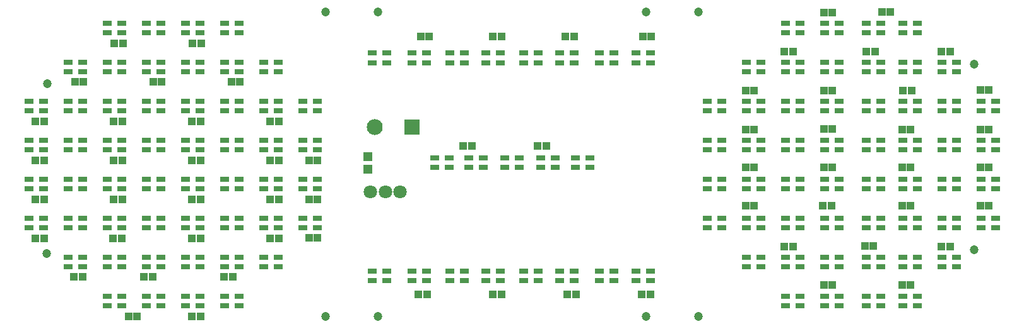
<source format=gbr>
G04 EAGLE Gerber RS-274X export*
G75*
%MOMM*%
%FSLAX34Y34*%
%LPD*%
%INSoldermask Top*%
%IPPOS*%
%AMOC8*
5,1,8,0,0,1.08239X$1,22.5*%
G01*
%ADD10C,1.203200*%
%ADD11C,1.803200*%
%ADD12R,1.203200X0.803200*%
%ADD13R,1.203200X1.303200*%
%ADD14R,1.053200X1.103200*%
%ADD15C,2.133600*%
%ADD16R,2.133600X2.133600*%


D10*
X26000Y334000D03*
X25000Y105000D03*
X400000Y430000D03*
X400000Y20000D03*
X470000Y430000D03*
X470000Y20000D03*
X830000Y20000D03*
X830000Y430000D03*
X900000Y430000D03*
X900000Y20000D03*
X1270000Y110000D03*
X1270000Y360000D03*
D11*
X499700Y187600D03*
X479700Y187600D03*
X459700Y187600D03*
D12*
X264000Y415250D03*
X264000Y402250D03*
X283500Y402250D03*
X283500Y415250D03*
X54000Y362750D03*
X54000Y349750D03*
X73500Y349750D03*
X73500Y362750D03*
X211500Y415250D03*
X211500Y402250D03*
X231000Y402250D03*
X231000Y415250D03*
X159000Y415250D03*
X159000Y402250D03*
X178500Y402250D03*
X178500Y415250D03*
X106500Y415250D03*
X106500Y402250D03*
X126000Y402250D03*
X126000Y415250D03*
X316500Y362750D03*
X316500Y349750D03*
X336000Y349750D03*
X336000Y362750D03*
X264000Y362750D03*
X264000Y349750D03*
X283500Y349750D03*
X283500Y362750D03*
X211500Y362750D03*
X211500Y349750D03*
X231000Y349750D03*
X231000Y362750D03*
X159000Y362750D03*
X159000Y349750D03*
X178500Y349750D03*
X178500Y362750D03*
X106500Y362750D03*
X106500Y349750D03*
X126000Y349750D03*
X126000Y362750D03*
X369000Y310250D03*
X369000Y297250D03*
X388500Y297250D03*
X388500Y310250D03*
X316500Y310250D03*
X316500Y297250D03*
X336000Y297250D03*
X336000Y310250D03*
X264000Y310250D03*
X264000Y297250D03*
X283500Y297250D03*
X283500Y310250D03*
X211500Y310250D03*
X211500Y297250D03*
X231000Y297250D03*
X231000Y310250D03*
X159000Y310250D03*
X159000Y297250D03*
X178500Y297250D03*
X178500Y310250D03*
X106500Y310250D03*
X106500Y297250D03*
X126000Y297250D03*
X126000Y310250D03*
X54000Y310250D03*
X54000Y297250D03*
X73500Y297250D03*
X73500Y310250D03*
X1500Y310250D03*
X1500Y297250D03*
X21000Y297250D03*
X21000Y310250D03*
X369000Y257750D03*
X369000Y244750D03*
X388500Y244750D03*
X388500Y257750D03*
X316500Y257750D03*
X316500Y244750D03*
X336000Y244750D03*
X336000Y257750D03*
X264000Y257750D03*
X264000Y244750D03*
X283500Y244750D03*
X283500Y257750D03*
X211500Y257750D03*
X211500Y244750D03*
X231000Y244750D03*
X231000Y257750D03*
X159000Y257750D03*
X159000Y244750D03*
X178500Y244750D03*
X178500Y257750D03*
X106500Y257750D03*
X106500Y244750D03*
X126000Y244750D03*
X126000Y257750D03*
X54000Y257750D03*
X54000Y244750D03*
X73500Y244750D03*
X73500Y257750D03*
X1500Y257750D03*
X1500Y244750D03*
X21000Y244750D03*
X21000Y257750D03*
X369000Y205250D03*
X369000Y192250D03*
X388500Y192250D03*
X388500Y205250D03*
X316500Y205250D03*
X316500Y192250D03*
X336000Y192250D03*
X336000Y205250D03*
X264000Y205250D03*
X264000Y192250D03*
X283500Y192250D03*
X283500Y205250D03*
X211500Y205250D03*
X211500Y192250D03*
X231000Y192250D03*
X231000Y205250D03*
X159000Y205250D03*
X159000Y192250D03*
X178500Y192250D03*
X178500Y205250D03*
X106500Y205250D03*
X106500Y192250D03*
X126000Y192250D03*
X126000Y205250D03*
X54000Y205250D03*
X54000Y192250D03*
X73500Y192250D03*
X73500Y205250D03*
X1500Y205250D03*
X1500Y192250D03*
X21000Y192250D03*
X21000Y205250D03*
X369000Y152750D03*
X369000Y139750D03*
X388500Y139750D03*
X388500Y152750D03*
X316500Y152750D03*
X316500Y139750D03*
X336000Y139750D03*
X336000Y152750D03*
X264000Y152750D03*
X264000Y139750D03*
X283500Y139750D03*
X283500Y152750D03*
X211500Y152750D03*
X211500Y139750D03*
X231000Y139750D03*
X231000Y152750D03*
X159000Y152750D03*
X159000Y139750D03*
X178500Y139750D03*
X178500Y152750D03*
X106500Y152750D03*
X106500Y139750D03*
X126000Y139750D03*
X126000Y152750D03*
X54000Y152750D03*
X54000Y139750D03*
X73500Y139750D03*
X73500Y152750D03*
X1500Y152750D03*
X1500Y139750D03*
X21000Y139750D03*
X21000Y152750D03*
X316500Y100250D03*
X316500Y87250D03*
X336000Y87250D03*
X336000Y100250D03*
X264000Y100250D03*
X264000Y87250D03*
X283500Y87250D03*
X283500Y100250D03*
X211500Y100250D03*
X211500Y87250D03*
X231000Y87250D03*
X231000Y100250D03*
X159000Y100250D03*
X159000Y87250D03*
X178500Y87250D03*
X178500Y100250D03*
X106500Y100250D03*
X106500Y87250D03*
X126000Y87250D03*
X126000Y100250D03*
X54000Y100250D03*
X54000Y87250D03*
X73500Y87250D03*
X73500Y100250D03*
X264000Y47750D03*
X264000Y34750D03*
X283500Y34750D03*
X283500Y47750D03*
X211500Y47750D03*
X211500Y34750D03*
X231000Y34750D03*
X231000Y47750D03*
X159000Y47750D03*
X159000Y34750D03*
X178500Y34750D03*
X178500Y47750D03*
X106500Y47750D03*
X106500Y34750D03*
X126000Y34750D03*
X126000Y47750D03*
X481720Y68688D03*
X481720Y81688D03*
X462220Y81688D03*
X462220Y68688D03*
X535060Y68688D03*
X535060Y81688D03*
X515560Y81688D03*
X515560Y68688D03*
X585860Y68688D03*
X585860Y81688D03*
X566360Y81688D03*
X566360Y68688D03*
X634120Y68688D03*
X634120Y81688D03*
X614620Y81688D03*
X614620Y68688D03*
X684920Y68688D03*
X684920Y81688D03*
X665420Y81688D03*
X665420Y68688D03*
X733180Y68688D03*
X733180Y81688D03*
X713680Y81688D03*
X713680Y68688D03*
X786520Y68688D03*
X786520Y81688D03*
X767020Y81688D03*
X767020Y68688D03*
X836050Y68688D03*
X836050Y81688D03*
X816550Y81688D03*
X816550Y68688D03*
X735270Y233750D03*
X735270Y220750D03*
X754770Y220750D03*
X754770Y233750D03*
X688280Y233750D03*
X688280Y220750D03*
X707780Y220750D03*
X707780Y233750D03*
X640020Y233750D03*
X640020Y220750D03*
X659520Y220750D03*
X659520Y233750D03*
X591760Y233750D03*
X591760Y220750D03*
X611260Y220750D03*
X611260Y233750D03*
X546040Y233750D03*
X546040Y220750D03*
X565540Y220750D03*
X565540Y233750D03*
X481720Y361750D03*
X481720Y374750D03*
X462220Y374750D03*
X462220Y361750D03*
X535060Y361750D03*
X535060Y374750D03*
X515560Y374750D03*
X515560Y361750D03*
X585860Y361750D03*
X585860Y374750D03*
X566360Y374750D03*
X566360Y361750D03*
X634120Y361750D03*
X634120Y374750D03*
X614620Y374750D03*
X614620Y361750D03*
X684920Y361750D03*
X684920Y374750D03*
X665420Y374750D03*
X665420Y361750D03*
X733180Y361750D03*
X733180Y374750D03*
X713680Y374750D03*
X713680Y361750D03*
X786520Y361750D03*
X786520Y374750D03*
X767020Y374750D03*
X767020Y361750D03*
X836050Y361750D03*
X836050Y374750D03*
X816550Y374750D03*
X816550Y361750D03*
X1036000Y402250D03*
X1036000Y415250D03*
X1016500Y415250D03*
X1016500Y402250D03*
X1088500Y402250D03*
X1088500Y415250D03*
X1069000Y415250D03*
X1069000Y402250D03*
X1144550Y402250D03*
X1144550Y415250D03*
X1125050Y415250D03*
X1125050Y402250D03*
X1193500Y402250D03*
X1193500Y415250D03*
X1174000Y415250D03*
X1174000Y402250D03*
X983500Y349750D03*
X983500Y362750D03*
X964000Y362750D03*
X964000Y349750D03*
X1036000Y349750D03*
X1036000Y362750D03*
X1016500Y362750D03*
X1016500Y349750D03*
X1088500Y349750D03*
X1088500Y362750D03*
X1069000Y362750D03*
X1069000Y349750D03*
X1144550Y349750D03*
X1144550Y362750D03*
X1125050Y362750D03*
X1125050Y349750D03*
X1193500Y349750D03*
X1193500Y362750D03*
X1174000Y362750D03*
X1174000Y349750D03*
X1246000Y349750D03*
X1246000Y362750D03*
X1226500Y362750D03*
X1226500Y349750D03*
X931000Y297250D03*
X931000Y310250D03*
X911500Y310250D03*
X911500Y297250D03*
X983500Y297250D03*
X983500Y310250D03*
X964000Y310250D03*
X964000Y297250D03*
X1036000Y297250D03*
X1036000Y310250D03*
X1016500Y310250D03*
X1016500Y297250D03*
X1088500Y297250D03*
X1088500Y310250D03*
X1069000Y310250D03*
X1069000Y297250D03*
X1144550Y297250D03*
X1144550Y310250D03*
X1125050Y310250D03*
X1125050Y297250D03*
X1193500Y297250D03*
X1193500Y310250D03*
X1174000Y310250D03*
X1174000Y297250D03*
X1246000Y297250D03*
X1246000Y310250D03*
X1226500Y310250D03*
X1226500Y297250D03*
X1298500Y297250D03*
X1298500Y310250D03*
X1279000Y310250D03*
X1279000Y297250D03*
X931000Y244750D03*
X931000Y257750D03*
X911500Y257750D03*
X911500Y244750D03*
X983500Y244750D03*
X983500Y257750D03*
X964000Y257750D03*
X964000Y244750D03*
X1036000Y244750D03*
X1036000Y257750D03*
X1016500Y257750D03*
X1016500Y244750D03*
X1088500Y244750D03*
X1088500Y257750D03*
X1069000Y257750D03*
X1069000Y244750D03*
X1144550Y244750D03*
X1144550Y257750D03*
X1125050Y257750D03*
X1125050Y244750D03*
X1193500Y244750D03*
X1193500Y257750D03*
X1174000Y257750D03*
X1174000Y244750D03*
X1246000Y244750D03*
X1246000Y257750D03*
X1226500Y257750D03*
X1226500Y244750D03*
X1298500Y244750D03*
X1298500Y257750D03*
X1279000Y257750D03*
X1279000Y244750D03*
X931000Y192250D03*
X931000Y205250D03*
X911500Y205250D03*
X911500Y192250D03*
X983500Y192250D03*
X983500Y205250D03*
X964000Y205250D03*
X964000Y192250D03*
X1036000Y192250D03*
X1036000Y205250D03*
X1016500Y205250D03*
X1016500Y192250D03*
X1088500Y192250D03*
X1088500Y205250D03*
X1069000Y205250D03*
X1069000Y192250D03*
X1144550Y192250D03*
X1144550Y205250D03*
X1125050Y205250D03*
X1125050Y192250D03*
X1193500Y192250D03*
X1193500Y205250D03*
X1174000Y205250D03*
X1174000Y192250D03*
X1246000Y192250D03*
X1246000Y205250D03*
X1226500Y205250D03*
X1226500Y192250D03*
X1298500Y192250D03*
X1298500Y205250D03*
X1279000Y205250D03*
X1279000Y192250D03*
X931000Y139750D03*
X931000Y152750D03*
X911500Y152750D03*
X911500Y139750D03*
X983500Y139750D03*
X983500Y152750D03*
X964000Y152750D03*
X964000Y139750D03*
X1036000Y139750D03*
X1036000Y152750D03*
X1016500Y152750D03*
X1016500Y139750D03*
X1088500Y139750D03*
X1088500Y152750D03*
X1069000Y152750D03*
X1069000Y139750D03*
X1144550Y139750D03*
X1144550Y152750D03*
X1125050Y152750D03*
X1125050Y139750D03*
X1193500Y139750D03*
X1193500Y152750D03*
X1174000Y152750D03*
X1174000Y139750D03*
X1246000Y139750D03*
X1246000Y152750D03*
X1226500Y152750D03*
X1226500Y139750D03*
X1298500Y139750D03*
X1298500Y152750D03*
X1279000Y152750D03*
X1279000Y139750D03*
X983500Y87250D03*
X983500Y100250D03*
X964000Y100250D03*
X964000Y87250D03*
X1036000Y87250D03*
X1036000Y100250D03*
X1016500Y100250D03*
X1016500Y87250D03*
X1088500Y87250D03*
X1088500Y100250D03*
X1069000Y100250D03*
X1069000Y87250D03*
X1144550Y87250D03*
X1144550Y100250D03*
X1125050Y100250D03*
X1125050Y87250D03*
X1193500Y87250D03*
X1193500Y100250D03*
X1174000Y100250D03*
X1174000Y87250D03*
X1246000Y87250D03*
X1246000Y100250D03*
X1226500Y100250D03*
X1226500Y87250D03*
X1036000Y34750D03*
X1036000Y47750D03*
X1016500Y47750D03*
X1016500Y34750D03*
X1088500Y34750D03*
X1088500Y47750D03*
X1069000Y47750D03*
X1069000Y34750D03*
X1144550Y34750D03*
X1144550Y47750D03*
X1125050Y47750D03*
X1125050Y34750D03*
X1193500Y34750D03*
X1193500Y47750D03*
X1174000Y47750D03*
X1174000Y34750D03*
D13*
X456000Y218500D03*
X456000Y235500D03*
D14*
X232800Y388000D03*
X221200Y388000D03*
X127800Y388000D03*
X116200Y388000D03*
X273200Y336000D03*
X284800Y336000D03*
X168200Y336000D03*
X179800Y336000D03*
X63200Y336000D03*
X74800Y336000D03*
X325200Y283000D03*
X336800Y283000D03*
X220200Y283000D03*
X231800Y283000D03*
X115200Y283000D03*
X126800Y283000D03*
X10200Y283000D03*
X21800Y283000D03*
X10200Y230000D03*
X21800Y230000D03*
X377200Y230000D03*
X388800Y230000D03*
X325200Y230000D03*
X336800Y230000D03*
X220200Y230000D03*
X231800Y230000D03*
X115200Y230000D03*
X126800Y230000D03*
X10200Y178000D03*
X21800Y178000D03*
X377200Y178000D03*
X388800Y178000D03*
X325200Y178000D03*
X336800Y178000D03*
X220200Y178000D03*
X231800Y178000D03*
X115200Y178000D03*
X126800Y178000D03*
X10200Y125000D03*
X21800Y125000D03*
X377200Y126000D03*
X388800Y126000D03*
X325200Y125000D03*
X336800Y125000D03*
X220200Y125000D03*
X231800Y125000D03*
X114200Y125000D03*
X125800Y125000D03*
X62200Y74000D03*
X73800Y74000D03*
X274800Y74000D03*
X263200Y74000D03*
X167800Y74000D03*
X156200Y74000D03*
X220200Y20000D03*
X231800Y20000D03*
X135200Y20000D03*
X146800Y20000D03*
X527200Y397000D03*
X538800Y397000D03*
X624200Y397000D03*
X635800Y397000D03*
X721200Y397000D03*
X732800Y397000D03*
X825200Y397000D03*
X836800Y397000D03*
X595800Y250000D03*
X584200Y250000D03*
X695800Y250000D03*
X684200Y250000D03*
X524200Y50000D03*
X535800Y50000D03*
X624200Y50000D03*
X635800Y50000D03*
X724200Y50000D03*
X735800Y50000D03*
X824200Y50000D03*
X835800Y50000D03*
D15*
X466000Y275000D03*
D16*
X516000Y275000D03*
D14*
X1079800Y429000D03*
X1068200Y429000D03*
X1157800Y430000D03*
X1146200Y430000D03*
X1026800Y377000D03*
X1015200Y377000D03*
X1136800Y377000D03*
X1125200Y377000D03*
X1237800Y377000D03*
X1226200Y377000D03*
X974800Y324000D03*
X963200Y324000D03*
X1079800Y324000D03*
X1068200Y324000D03*
X1185800Y324000D03*
X1174200Y324000D03*
X1289800Y325000D03*
X1278200Y325000D03*
X974800Y272000D03*
X963200Y272000D03*
X1079800Y273000D03*
X1068200Y273000D03*
X1184800Y272000D03*
X1173200Y272000D03*
X1289800Y272000D03*
X1278200Y272000D03*
X974800Y221000D03*
X963200Y221000D03*
X1079800Y221000D03*
X1068200Y221000D03*
X1184800Y221000D03*
X1173200Y221000D03*
X1289800Y221000D03*
X1278200Y221000D03*
X974800Y169000D03*
X963200Y169000D03*
X1078800Y169000D03*
X1067200Y169000D03*
X1184800Y169000D03*
X1173200Y169000D03*
X1289800Y169000D03*
X1278200Y169000D03*
X1026800Y114000D03*
X1015200Y114000D03*
X1134800Y115000D03*
X1123200Y115000D03*
X1237800Y114000D03*
X1226200Y114000D03*
X1079800Y63000D03*
X1068200Y63000D03*
X1184800Y63000D03*
X1173200Y63000D03*
M02*

</source>
